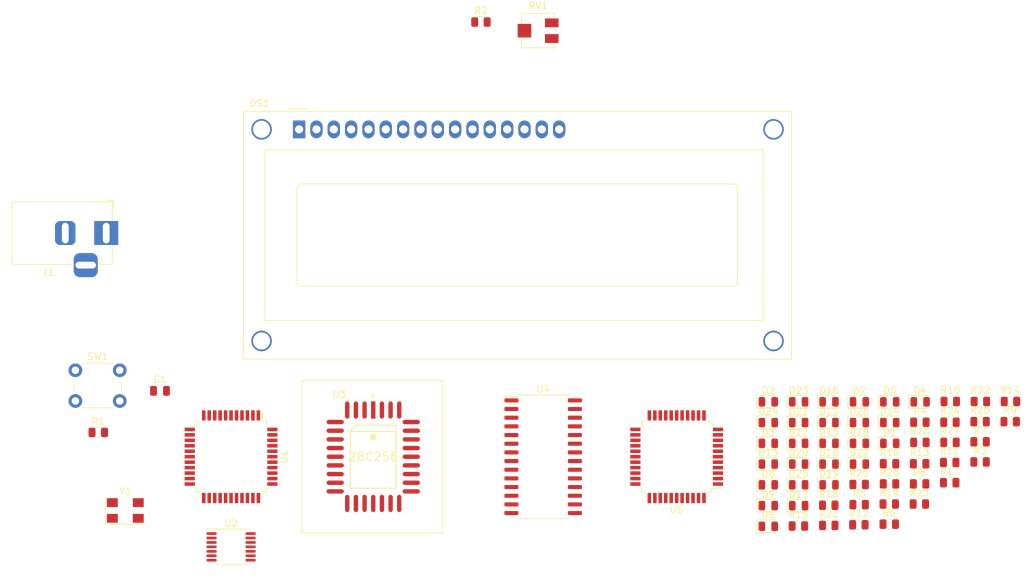
<source format=kicad_pcb>
(kicad_pcb (version 20211014) (generator pcbnew)
  (layers (0 "F.Cu" signal) (31 "B.Cu" signal) (34 "B.Paste" user) (35 "F.Paste" user) (36 "B.SilkS" user "B.Silkscreen") (37 "F.SilkS" user "F.Silkscreen") (38 "B.Mask" user) (39 "F.Mask" user) (44 "Edge.Cuts" user))
  (net 0 "")
  (net 1 "~{RESET}")
  (net 2 "GND")
  (net 3 "VCC")
  (net 4 "Net-(R2-Pad2)")
  (net 7 "~{IRQ}")
  (net 11 "CLOCK")
  (net 24 "Net-(DS1-Pad3)")
  (net 26 "Net-(U5-Pad23)")
  (net 27 "Net-(U5-Pad7)")
  (net 28 "Net-(U5-Pad8)")
  (net 29 "Net-(U5-Pad9)")
  (net 30 "Net-(U5-Pad10)")
  (net 31 "Net-(U5-Pad11)")
  (net 32 "Net-(U5-Pad12)")
  (net 33 "Net-(U5-Pad13)")
  (net 34 "Net-(U5-Pad14)")
  (net 35 "Net-(U5-Pad15)")
  (net 36 "Net-(U5-Pad16)")
  (net 37 "Net-(U5-Pad17)")
  (net 38 "A12")
  (net 39 "A13")
  (net 40 "A14")
  (net 41 "A15")
  (net 42 "D7")
  (net 43 "D6")
  (net 44 "D5")
  (net 45 "A0")
  (net 46 "D4")
  (net 47 "A1")
  (net 48 "D3")
  (net 49 "A2")
  (net 50 "D2")
  (net 51 "A3")
  (net 52 "D1")
  (net 53 "A4")
  (net 54 "D0")
  (net 55 "A5")
  (net 56 "A6")
  (net 57 "A7")
  (net 58 "A8")
  (net 59 "A9")
  (net 60 "A10")
  (net 61 "A11")
  (net 62 "Net-(U2-Pad13)")
  (net 63 "Net-(U2-Pad11)")
  (net 64 "Net-(D1-Pad1)")
  (net 65 "R~{W}")
  (net 66 "Net-(D2-Pad1)")
  (net 67 "Net-(D3-Pad1)")
  (net 68 "Net-(D4-Pad1)")
  (net 69 "Net-(D5-Pad1)")
  (net 70 "Net-(D6-Pad1)")
  (net 71 "Net-(D7-Pad1)")
  (net 72 "Net-(D8-Pad1)")
  (net 73 "Net-(D9-Pad1)")
  (net 74 "Net-(D10-Pad1)")
  (net 75 "Net-(D11-Pad1)")
  (net 76 "Net-(D12-Pad1)")
  (net 77 "Net-(D13-Pad1)")
  (net 78 "Net-(D14-Pad1)")
  (net 79 "Net-(D15-Pad1)")
  (net 80 "Net-(D16-Pad1)")
  (net 81 "Net-(D17-Pad1)")
  (net 82 "Net-(D18-Pad1)")
  (net 83 "Net-(D19-Pad1)")
  (net 84 "Net-(D20-Pad1)")
  (net 85 "Net-(D21-Pad1)")
  (net 86 "Net-(D22-Pad1)")
  (net 87 "Net-(D23-Pad1)")
  (net 88 "Net-(D24-Pad1)")
  (net 89 "Net-(D25-Pad1)")
  (net 90 "Net-(D26-Pad1)")
  (net 91 "Net-(R3-Pad1)")
  (footprint "Package_QFP:PQFP-44_10x10mm_P0.8mm" (layer "F.Cu") (at 163.484 131.122 180)
    (fp_text reference "U5" (at 0 -7.8) (layer "F.SilkS"))
    (fp_text value "W65C22")
    (pad "1" smd rect locked (at -6.05 -4 180) (size 1.5 0.52) (layers "F.Cu" "F.Paste" "F.Mask") (net 2 "GND"))
    (pad "2" smd rect locked (at -6.05 -3.2 180) (size 1.5 0.52) (layers "F.Cu" "F.Paste" "F.Mask"))
    (pad "3" smd rect locked (at -6.05 -2.4 180) (size 1.5 0.52) (layers "F.Cu" "F.Paste" "F.Mask"))
    (pad "4" smd rect locked (at -6.05 -1.6 180) (size 1.5 0.52) (layers "F.Cu" "F.Paste" "F.Mask"))
    (pad "5" smd rect locked (at -6.05 -0.8 180) (size 1.5 0.52) (layers "F.Cu" "F.Paste" "F.Mask"))
    (pad "6" smd rect locked (at -6.05 0 180) (size 1.5 0.52) (layers "F.Cu" "F.Paste" "F.Mask"))
    (pad "7" smd rect locked (at -6.05 0.8 180) (size 1.5 0.52) (layers "F.Cu" "F.Paste" "F.Mask") (net 27 "Net-(U5-Pad7)"))
    (pad "8" smd rect locked (at -6.05 1.6 180) (size 1.5 0.52) (layers "F.Cu" "F.Paste" "F.Mask") (net 28 "Net-(U5-Pad8)"))
    (pad "9" smd rect locked (at -6.05 2.4 180) (size 1.5 0.52) (layers "F.Cu" "F.Paste" "F.Mask") (net 29 "Net-(U5-Pad9)"))
    (pad "10" smd rect locked (at -6.05 3.2 180) (size 1.5 0.52) (layers "F.Cu" "F.Paste" "F.Mask") (net 30 "Net-(U5-Pad10)"))
    (pad "11" smd rect locked (at -6.05 4 180) (size 1.5 0.52) (layers "F.Cu" "F.Paste" "F.Mask") (net 31 "Net-(U5-Pad11)"))
    (pad "12" smd rect locked (at -4 6.05 180) (size 0.52 1.5) (layers "F.Cu" "F.Paste" "F.Mask") (net 32 "Net-(U5-Pad12)"))
    (pad "13" smd rect locked (at -3.2 6.05 180) (size 0.52 1.5) (layers "F.Cu" "F.Paste" "F.Mask") (net 33 "Net-(U5-Pad13)"))
    (pad "14" smd rect locked (at -2.4 6.05 180) (size 0.52 1.5) (layers "F.Cu" "F.Paste" "F.Mask") (net 34 "Net-(U5-Pad14)"))
    (pad "15" smd rect locked (at -1.6 6.05 180) (size 0.52 1.5) (layers "F.Cu" "F.Paste" "F.Mask") (net 35 "Net-(U5-Pad15)"))
    (pad "16" smd rect locked (at -0.8 6.05 180) (size 0.52 1.5) (layers "F.Cu" "F.Paste" "F.Mask") (net 36 "Net-(U5-Pad16)"))
    (pad "17" smd rect locked (at 0 6.05 180) (size 0.52 1.5) (layers "F.Cu" "F.Paste" "F.Mask") (net 37 "Net-(U5-Pad17)"))
    (pad "18" smd rect locked (at 0.8 6.05 180) (size 0.52 1.5) (layers "F.Cu" "F.Paste" "F.Mask"))
    (pad "19" smd rect locked (at 1.6 6.05 180) (size 0.52 1.5) (layers "F.Cu" "F.Paste" "F.Mask"))
    (pad "20" smd rect locked (at 2.4 6.05 180) (size 0.52 1.5) (layers "F.Cu" "F.Paste" "F.Mask") (net 3 "VCC"))
    (pad "21" smd rect locked (at 3.2 6.05 180) (size 0.52 1.5) (layers "F.Cu" "F.Paste" "F.Mask") (net 7 "~{IRQ}"))
    (pad "22" smd rect locked (at 4 6.05 180) (size 0.52 1.5) (layers "F.Cu" "F.Paste" "F.Mask") (net 65 "R~{W}"))
    (pad "23" smd rect locked (at 6.05 4 180) (size 1.5 0.52) (layers "F.Cu" "F.Paste" "F.Mask") (net 26 "Net-(U5-Pad23)"))
    (pad "24" smd rect locked (at 6.05 3.2 180) (size 1.5 0.52) (layers "F.Cu" "F.Paste" "F.Mask") (net 39 "A13"))
    (pad "25" smd rect locked (at 6.05 2.4 180) (size 1.5 0.52) (layers "F.Cu" "F.Paste" "F.Mask") (net 11 "CLOCK"))
    (pad "26" smd rect locked (at 6.05 1.6 180) (size 1.5 0.52) (layers "F.Cu" "F.Paste" "F.Mask") (net 42 "D7"))
    (pad "27" smd rect locked (at 6.05 0.8 180) (size 1.5 0.52) (layers "F.Cu" "F.Paste" "F.Mask") (net 43 "D6"))
    (pad "28" smd rect locked (at 6.05 0 180) (size 1.5 0.52) (layers "F.Cu" "F.Paste" "F.Mask") (net 44 "D5"))
    (pad "29" smd rect locked (at 6.05 -0.8 180) (size 1.5 0.52) (layers "F.Cu" "F.Paste" "F.Mask") (net 46 "D4"))
    (pad "30" smd rect locked (at 6.05 -1.6 180) (size 1.5 0.52) (layers "F.Cu" "F.Paste" "F.Mask") (net 48 "D3"))
    (pad "31" smd rect locked (at 6.05 -2.4 180) (size 1.5 0.52) (layers "F.Cu" "F.Paste" "F.Mask") (net 50 "D2"))
    (pad "32" smd rect locked (at 6.05 -3.2 180) (size 1.5 0.52) (layers "F.Cu" "F.Paste" "F.Mask") (net 52 "D1"))
    (pad "33" smd rect locked (at 6.05 -4 180) (size 1.5 0.52) (layers "F.Cu" "F.Paste" "F.Mask") (net 54 "D0"))
    (pad "34" smd rect locked (at 4 -6.05 180) (size 0.52 1.5) (layers "F.Cu" "F.Paste" "F.Mask") (net 1 "~{RESET}"))
    (pad "35" smd rect locked (at 3.2 -6.05 180) (size 0.52 1.5) (layers "F.Cu" "F.Paste" "F.Mask") (net 51 "A3"))
    (pad "36" smd rect locked (at 2.4 -6.05 180) (size 0.52 1.5) (layers "F.Cu" "F.Paste" "F.Mask") (net 49 "A2"))
    (pad "37" smd rect locked (at 1.6 -6.05 180) (size 0.52 1.5) (layers "F.Cu" "F.Paste" "F.Mask") (net 47 "A1"))
    (pad "38" smd rect locked (at 0.8 -6.05 180) (size 0.52 1.5) (layers "F.Cu" "F.Paste" "F.Mask") (net 45 "A0"))
    (pad "39" smd rect locked (at 0 -6.05 180) (size 0.52 1.5) (layers "F.Cu" "F.Paste" "F.Mask"))
    (pad "40" smd rect locked (at -0.8 -6.05 180) (size 0.52 1.5) (layers "F.Cu" "F.Paste" "F.Mask"))
    (pad "41" smd rect locked (at -1.6 -6.05 180) (size 0.52 1.5) (layers "F.Cu" "F.Paste" "F.Mask"))
    (pad "42" smd rect locked (at -2.4 -6.05 180) (size 0.52 1.5) (layers "F.Cu" "F.Paste" "F.Mask"))
    (pad "43" smd rect locked (at -3.2 -6.05 180) (size 0.52 1.5) (layers "F.Cu" "F.Paste" "F.Mask"))
    (pad "44" smd rect locked (at -4 -6.05 180) (size 0.52 1.5) (layers "F.Cu" "F.Paste" "F.Mask"))
  )
  (footprint "Resistor_SMD:R_0805_2012Metric" (layer "F.Cu") (at 190.174 141.094)
    (fp_text reference "R12" (at 0 -1.65) (layer "F.SilkS"))
    (fp_text value "R_US")
    (pad "1" smd roundrect locked (at -0.9125 0) (size 1.025 1.4) (layers "F.Cu" "F.Paste" "F.Mask") (roundrect_rratio 0.243902) (net 2 "GND"))
    (pad "2" smd roundrect locked (at 0.9125 0) (size 1.025 1.4) (layers "F.Cu" "F.Paste" "F.Mask") (roundrect_rratio 0.243902) (net 74 "Net-(D10-Pad1)"))
  )
  (footprint "Resistor_SMD:R_0805_2012Metric" (layer "F.Cu") (at 199.034 138.054)
    (fp_text reference "R23" (at 0 -1.65) (layer "F.SilkS"))
    (fp_text value "R_US")
    (pad "1" smd roundrect locked (at -0.9125 0) (size 1.025 1.4) (layers "F.Cu" "F.Paste" "F.Mask") (roundrect_rratio 0.243902) (net 2 "GND"))
    (pad "2" smd roundrect locked (at 0.9125 0) (size 1.025 1.4) (layers "F.Cu" "F.Paste" "F.Mask") (roundrect_rratio 0.243902) (net 85 "Net-(D21-Pad1)"))
  )
  (footprint "LED_SMD:LED_0805_2012Metric" (layer "F.Cu") (at 185.804 132.199)
    (fp_text reference "D10" (at 0 -1.65) (layer "F.SilkS"))
    (fp_text value "LED")
    (pad "1" smd roundrect locked (at -0.9375 0) (size 0.975 1.4) (layers "F.Cu" "F.Paste" "F.Mask") (net 74 "Net-(D10-Pad1)"))
    (pad "2" smd roundrect locked (at 0.9375 0) (size 0.975 1.4) (layers "F.Cu" "F.Paste" "F.Mask") (net 58 "A8"))
  )
  (footprint "Resistor_SMD:R_0805_2012Metric" (layer "F.Cu") (at 78.7515 127.566)
    (fp_text reference "R1" (at 0 -1.65) (layer "F.SilkS"))
    (fp_text value "R_US")
    (pad "1" smd roundrect locked (at -0.9125 0) (size 1.025 1.4) (layers "F.Cu" "F.Paste" "F.Mask") (roundrect_rratio 0.243902) (net 3 "VCC"))
    (pad "2" smd roundrect locked (at 0.9125 0) (size 1.025 1.4) (layers "F.Cu" "F.Paste" "F.Mask") (roundrect_rratio 0.243902) (net 1 "~{RESET}"))
  )
  (footprint "LED_SMD:LED_0805_2012Metric" (layer "F.Cu") (at 176.904 132.199)
    (fp_text reference "D13" (at 0 -1.65) (layer "F.SilkS"))
    (fp_text value "LED")
    (pad "1" smd roundrect locked (at -0.9375 0) (size 0.975 1.4) (layers "F.Cu" "F.Paste" "F.Mask") (net 77 "Net-(D13-Pad1)"))
    (pad "2" smd roundrect locked (at 0.9375 0) (size 0.975 1.4) (layers "F.Cu" "F.Paste" "F.Mask") (net 55 "A5"))
  )
  (footprint "Stephenv6:Microchip-32J-10_2001-B-IPC_A" (layer "F.Cu") (at 119.034 131.122)
    (fp_text reference "U3" (at -6.091329 -9.136329) (layer "F.SilkS") (effects (justify left)))
    (fp_text value "28C256" (at 0 0) (layer "F.SilkS") (effects (font (size 1.27 1.27))))
    (pad "1" smd rect (at 0 -6.843552) (size 0.644962 2.535553) (layers "F.Cu" "F.Paste" "F.Mask") (net 40 "A14"))
    (pad "2" smd roundrect (at -1.27 -6.843552) (size 0.644962 2.535553) (layers "F.Cu" "F.Paste" "F.Mask") (roundrect_rratio 0.5) (net 38 "A12"))
    (pad "3" smd roundrect (at -2.54 -6.843552) (size 0.644962 2.535553) (layers "F.Cu" "F.Paste" "F.Mask") (roundrect_rratio 0.5) (net 57 "A7"))
    (pad "4" smd roundrect (at -3.81 -6.843552) (size 0.644962 2.535553) (layers "F.Cu" "F.Paste" "F.Mask") (roundrect_rratio 0.5) (net 56 "A6"))
    (pad "5" smd roundrect (at -5.573552 -5.08) (size 2.535553 0.644962) (layers "F.Cu" "F.Paste" "F.Mask") (roundrect_rratio 0.5) (net 55 "A5"))
    (pad "6" smd roundrect (at -5.573552 -3.81) (size 2.535553 0.644962) (layers "F.Cu" "F.Paste" "F.Mask") (roundrect_rratio 0.5) (net 53 "A4"))
    (pad "7" smd roundrect (at -5.573552 -2.54) (size 2.535553 0.644962) (layers "F.Cu" "F.Paste" "F.Mask") (roundrect_rratio 0.5) (net 51 "A3"))
    (pad "8" smd roundrect (at -5.573552 -1.27) (size 2.535553 0.644962) (layers "F.Cu" "F.Paste" "F.Mask") (roundrect_rratio 0.5) (net 49 "A2"))
    (pad "9" smd roundrect (at -5.573552 0) (size 2.535553 0.644962) (layers "F.Cu" "F.Paste" "F.Mask") (roundrect_rratio 0.5) (net 47 "A1"))
    (pad "10" smd roundrect (at -5.573552 1.27) (size 2.535553 0.644962) (layers "F.Cu" "F.Paste" "F.Mask") (roundrect_rratio 0.5) (net 45 "A0"))
    (pad "11" smd roundrect (at -5.573552 2.54) (size 2.535553 0.644962) (layers "F.Cu" "F.Paste" "F.Mask") (roundrect_rratio 0.5) (net 54 "D0"))
    (pad "12" smd roundrect (at -5.573552 3.81) (size 2.535553 0.644962) (layers "F.Cu" "F.Paste" "F.Mask") (roundrect_rratio 0.5) (net 52 "D1"))
    (pad "13" smd roundrect (at -5.573552 5.08) (size 2.535553 0.644962) (layers "F.Cu" "F.Paste" "F.Mask") (roundrect_rratio 0.5) (net 50 "D2"))
    (pad "14" smd roundrect (at -3.81 6.843553) (size 0.644962 2.535553) (layers "F.Cu" "F.Paste" "F.Mask") (roundrect_rratio 0.5) (net 2 "GND"))
    (pad "15" smd roundrect (at -2.54 6.843553) (size 0.644962 2.535553) (layers "F.Cu" "F.Paste" "F.Mask") (roundrect_rratio 0.5) (net 48 "D3"))
    (pad "16" smd roundrect (at -1.27 6.843553) (size 0.644962 2.535553) (layers "F.Cu" "F.Paste" "F.Mask") (roundrect_rratio 0.5) (net 46 "D4"))
    (pad "17" smd roundrect (at 0 6.843553) (size 0.644962 2.535553) (layers "F.Cu" "F.Paste" "F.Mask") (roundrect_rratio 0.5) (net 44 "D5"))
    (pad "18" smd roundrect (at 1.27 6.843553) (size 0.644962 2.535553) (layers "F.Cu" "F.Paste" "F.Mask") (roundrect_rratio 0.5) (net 43 "D6"))
    (pad "19" smd roundrect (at 2.54 6.843553) (size 0.644962 2.535553) (layers "F.Cu" "F.Paste" "F.Mask") (roundrect_rratio 0.5) (net 42 "D7"))
    (pad "20" smd roundrect (at 3.81 6.843553) (size 0.644962 2.535553) (layers "F.Cu" "F.Paste" "F.Mask") (roundrect_rratio 0.5) (net 62 "Net-(U2-Pad13)"))
    (pad "21" smd roundrect (at 5.573553 5.08) (size 2.535553 0.644962) (layers "F.Cu" "F.Paste" "F.Mask") (roundrect_rratio 0.5) (net 60 "A10"))
    (pad "22" smd roundrect (at 5.573553 3.81) (size 2.535553 0.644962) (layers "F.Cu" "F.Paste" "F.Mask") (roundrect_rratio 0.5) (net 2 "GND"))
    (pad "23" smd roundrect (at 5.573553 2.54) (size 2.535553 0.644962) (layers "F.Cu" "F.Paste" "F.Mask") (roundrect_rratio 0.5) (net 61 "A11"))
    (pad "24" smd roundrect (at 5.573553 1.27) (size 2.535553 0.644962) (layers "F.Cu" "F.Paste" "F.Mask") (roundrect_rratio 0.5) (net 59 "A9"))
    (pad "25" smd roundrect (at 5.573553 0) (size 2.535553 0.644962) (layers "F.Cu" "F.Paste" "F.Mask") (roundrect_rratio 0.5) (net 58 "A8"))
    (pad "26" smd roundrect (at 5.573553 -1.27) (size 2.535553 0.644962) (layers "F.Cu" "F.Paste" "F.Mask") (roundrect_rratio 0.5) (net 39 "A13"))
    (pad "27" smd roundrect (at 5.573553 -2.54) (size 2.535553 0.644962) (layers "F.Cu" "F.Paste" "F.Mask") (roundrect_rratio 0.5) (net 3 "VCC"))
    (pad "28" smd roundrect (at 5.573553 -3.81) (size 2.535553 0.644962) (layers "F.Cu" "F.Paste" "F.Mask") (roundrect_rratio 0.5) (net 3 "VCC"))
    (pad "29" smd roundrect (at 5.573553 -5.08) (size 2.535553 0.644962) (layers "F.Cu" "F.Paste" "F.Mask") (roundrect_rratio 0.5))
    (pad "30" smd roundrect (at 3.81 -6.843552) (size 0.644962 2.535553) (layers "F.Cu" "F.Paste" "F.Mask") (roundrect_rratio 0.5))
    (pad "31" smd roundrect (at 2.54 -6.843552) (size 0.644962 2.535553) (layers "F.Cu" "F.Paste" "F.Mask") (roundrect_rratio 0.5))
    (pad "32" smd roundrect (at 1.27 -6.843552) (size 0.644962 2.535553) (layers "F.Cu" "F.Paste" "F.Mask") (roundrect_rratio 0.5))
  )
  (footprint "Resistor_SMD:R_0805_2012Metric" (layer "F.Cu") (at 203.524 129.024)
    (fp_text reference "R27" (at 0 -1.65) (layer "F.SilkS"))
    (fp_text value "R_US")
    (pad "1" smd roundrect locked (at -0.9125 0) (size 1.025 1.4) (layers "F.Cu" "F.Paste" "F.Mask") (roundrect_rratio 0.243902) (net 2 "GND"))
    (pad "2" smd roundrect locked (at 0.9125 0) (size 1.025 1.4) (layers "F.Cu" "F.Paste" "F.Mask") (roundrect_rratio 0.243902) (net 89 "Net-(D25-Pad1)"))
  )
  (footprint "Resistor_SMD:R_0805_2012Metric" (layer "F.Cu") (at 199.074 135.104)
    (fp_text reference "R8" (at 0 -1.65) (layer "F.SilkS"))
    (fp_text value "R_US")
    (pad "1" smd roundrect locked (at -0.9125 0) (size 1.025 1.4) (layers "F.Cu" "F.Paste" "F.Mask") (roundrect_rratio 0.243902) (net 2 "GND"))
    (pad "2" smd roundrect locked (at 0.9125 0) (size 1.025 1.4) (layers "F.Cu" "F.Paste" "F.Mask") (roundrect_rratio 0.243902) (net 70 "Net-(D6-Pad1)"))
  )
  (footprint "Resistor_SMD:R_0805_2012Metric" (layer "F.Cu") (at 199.074 132.154)
    (fp_text reference "R13" (at 0 -1.65) (layer "F.SilkS"))
    (fp_text value "R_US")
    (pad "1" smd roundrect locked (at -0.9125 0) (size 1.025 1.4) (layers "F.Cu" "F.Paste" "F.Mask") (roundrect_rratio 0.243902) (net 2 "GND"))
    (pad "2" smd roundrect locked (at 0.9125 0) (size 1.025 1.4) (layers "F.Cu" "F.Paste" "F.Mask") (roundrect_rratio 0.243902) (net 75 "Net-(D11-Pad1)"))
  )
  (footprint "Resistor_SMD:R_0805_2012Metric" (layer "F.Cu") (at 194.664 135.104)
    (fp_text reference "R26" (at 0 -1.65) (layer "F.SilkS"))
    (fp_text value "R_US")
    (pad "1" smd roundrect locked (at -0.9125 0) (size 1.025 1.4) (layers "F.Cu" "F.Paste" "F.Mask") (roundrect_rratio 0.243902) (net 2 "GND"))
    (pad "2" smd roundrect locked (at 0.9125 0) (size 1.025 1.4) (layers "F.Cu" "F.Paste" "F.Mask") (roundrect_rratio 0.243902) (net 88 "Net-(D24-Pad1)"))
  )
  (footprint "Resistor_SMD:R_0805_2012Metric" (layer "F.Cu") (at 134.806 67.442)
    (fp_text reference "R2" (at 0 -1.65) (layer "F.SilkS"))
    (fp_text value "R_US")
    (pad "1" smd roundrect locked (at -0.9125 0) (size 1.025 1.4) (layers "F.Cu" "F.Paste" "F.Mask") (roundrect_rratio 0.243902) (net 3 "VCC"))
    (pad "2" smd roundrect locked (at 0.9125 0) (size 1.025 1.4) (layers "F.Cu" "F.Paste" "F.Mask") (roundrect_rratio 0.243902) (net 4 "Net-(R2-Pad2)"))
  )
  (footprint "Resistor_SMD:R_0805_2012Metric" (layer "F.Cu") (at 194.624 141.004)
    (fp_text reference "R6" (at 0 -1.65) (layer "F.SilkS"))
    (fp_text value "R_US")
    (pad "1" smd roundrect locked (at -0.9125 0) (size 1.025 1.4) (layers "F.Cu" "F.Paste" "F.Mask") (roundrect_rratio 0.243902) (net 2 "GND"))
    (pad "2" smd roundrect locked (at 0.9125 0) (size 1.025 1.4) (layers "F.Cu" "F.Paste" "F.Mask") (roundrect_rratio 0.243902) (net 68 "Net-(D4-Pad1)"))
  )
  (footprint "LED_SMD:LED_0805_2012Metric" (layer "F.Cu") (at 185.804 129.159)
    (fp_text reference "D15" (at 0 -1.65) (layer "F.SilkS"))
    (fp_text value "LED")
    (pad "1" smd roundrect locked (at -0.9375 0) (size 0.975 1.4) (layers "F.Cu" "F.Paste" "F.Mask") (net 79 "Net-(D15-Pad1)"))
    (pad "2" smd roundrect locked (at 0.9375 0) (size 0.975 1.4) (layers "F.Cu" "F.Paste" "F.Mask") (net 51 "A3"))
  )
  (footprint "LED_SMD:LED_0805_2012Metric" (layer "F.Cu") (at 176.904 138.279)
    (fp_text reference "D9" (at 0 -1.65) (layer "F.SilkS"))
    (fp_text value "LED")
    (pad "1" smd roundrect locked (at -0.9375 0) (size 0.975 1.4) (layers "F.Cu" "F.Paste" "F.Mask") (net 73 "Net-(D9-Pad1)"))
    (pad "2" smd roundrect locked (at 0.9375 0) (size 0.975 1.4) (layers "F.Cu" "F.Paste" "F.Mask") (net 59 "A9"))
  )
  (footprint "Resistor_SMD:R_0805_2012Metric" (layer "F.Cu") (at 194.664 132.154)
    (fp_text reference "R16" (at 0 -1.65) (layer "F.SilkS"))
    (fp_text value "R_US")
    (pad "1" smd roundrect locked (at -0.9125 0) (size 1.025 1.4) (layers "F.Cu" "F.Paste" "F.Mask") (roundrect_rratio 0.243902) (net 2 "GND"))
    (pad "2" smd roundrect locked (at 0.9125 0) (size 1.025 1.4) (layers "F.Cu" "F.Paste" "F.Mask") (roundrect_rratio 0.243902) (net 78 "Net-(D14-Pad1)"))
  )
  (footprint "LED_SMD:LED_0805_2012Metric" (layer "F.Cu") (at 190.254 132.199)
    (fp_text reference "D22" (at 0 -1.65) (layer "F.SilkS"))
    (fp_text value "LED")
    (pad "1" smd roundrect locked (at -0.9375 0) (size 0.975 1.4) (layers "F.Cu" "F.Paste" "F.Mask") (net 86 "Net-(D22-Pad1)"))
    (pad "2" smd roundrect locked (at 0.9375 0) (size 0.975 1.4) (layers "F.Cu" "F.Paste" "F.Mask") (net 46 "D4"))
  )
  (footprint "LED_SMD:LED_0805_2012Metric" (layer "F.Cu") (at 185.804 123.079)
    (fp_text reference "D16" (at 0 -1.65) (layer "F.SilkS"))
    (fp_text value "LED")
    (pad "1" smd roundrect locked (at -0.9375 0) (size 0.975 1.4) (layers "F.Cu" "F.Paste" "F.Mask") (net 80 "Net-(D16-Pad1)"))
    (pad "2" smd roundrect locked (at 0.9375 0) (size 0.975 1.4) (layers "F.Cu" "F.Paste" "F.Mask") (net 49 "A2"))
  )
  (footprint "Package_QFP:PQFP-44_10x10mm_P0.8mm" (layer "F.Cu") (at 98.206 131.122 -90)
    (fp_text reference "U1" (at 0 -7.8 90) (layer "F.SilkS"))
    (fp_text value "W65C02S")
    (pad "1" smd rect locked (at -6.05 -4 270) (size 1.5 0.52) (layers "F.Cu" "F.Paste" "F.Mask"))
    (pad "2" smd rect locked (at -6.05 -3.2 270) (size 1.5 0.52) (layers "F.Cu" "F.Paste" "F.Mask") (net 4 "Net-(R2-Pad2)"))
    (pad "3" smd rect locked (at -6.05 -2.4 270) (size 1.5 0.52) (layers "F.Cu" "F.Paste" "F.Mask"))
    (pad "4" smd rect locked (at -6.05 -1.6 270) (size 1.5 0.52) (layers "F.Cu" "F.Paste" "F.Mask") (net 7 "~{IRQ}"))
    (pad "5" smd rect locked (at -6.05 -0.8 270) (size 1.5 0.52) (layers "F.Cu" "F.Paste" "F.Mask"))
    (pad "6" smd rect locked (at -6.05 0 270) (size 1.5 0.52) (layers "F.Cu" "F.Paste" "F.Mask") (net 3 "VCC"))
    (pad "7" smd rect locked (at -6.05 0.8 270) (size 1.5 0.52) (layers "F.Cu" "F.Paste" "F.Mask"))
    (pad "8" smd rect locked (at -6.05 1.6 270) (size 1.5 0.52) (layers "F.Cu" "F.Paste" "F.Mask") (net 3 "VCC"))
    (pad "9" smd rect locked (at -6.05 2.4 270) (size 1.5 0.52) (layers "F.Cu" "F.Paste" "F.Mask") (net 45 "A0"))
    (pad "10" smd rect locked (at -6.05 3.2 270) (size 1.5 0.52) (layers "F.Cu" "F.Paste" "F.Mask") (net 47 "A1"))
    (pad "11" smd rect locked (at -6.05 4 270) (size 1.5 0.52) (layers "F.Cu" "F.Paste" "F.Mask") (net 49 "A2"))
    (pad "12" smd rect locked (at -4 6.05 270) (size 0.52 1.5) (layers "F.Cu" "F.Paste" "F.Mask") (net 51 "A3"))
    (pad "13" smd rect locked (at -3.2 6.05 270) (size 0.52 1.5) (layers "F.Cu" "F.Paste" "F.Mask") (net 53 "A4"))
    (pad "14" smd rect locked (at -2.4 6.05 270) (size 0.52 1.5) (layers "F.Cu" "F.Paste" "F.Mask") (net 55 "A5"))
    (pad "15" smd rect locked (at -1.6 6.05 270) (size 0.52 1.5) (layers "F.Cu" "F.Paste" "F.Mask") (net 56 "A6"))
    (pad "16" smd rect locked (at -0.8 6.05 270) (size 0.52 1.5) (layers "F.Cu" "F.Paste" "F.Mask") (net 57 "A7"))
    (pad "17" smd rect locked (at 0 6.05 270) (size 0.52 1.5) (layers "F.Cu" "F.Paste" "F.Mask") (net 58 "A8"))
    (pad "18" smd rect locked (at 0.8 6.05 270) (size 0.52 1.5) (layers "F.Cu" "F.Paste" "F.Mask") (net 59 "A9"))
    (pad "19" smd rect locked (at 1.6 6.05 270) (size 0.52 1.5) (layers "F.Cu" "F.Paste" "F.Mask") (net 60 "A10"))
    (pad "20" smd rect locked (at 2.4 6.05 270) (size 0.52 1.5) (layers "F.Cu" "F.Paste" "F.Mask") (net 61 "A11"))
    (pad "21" smd rect locked (at 3.2 6.05 270) (size 0.52 1.5) (layers "F.Cu" "F.Paste" "F.Mask") (net 2 "GND"))
    (pad "22" smd rect locked (at 4 6.05 270) (size 0.52 1.5) (layers "F.Cu" "F.Paste" "F.Mask") (net 38 "A12"))
    (pad "23" smd rect locked (at 6.05 4 270) (size 1.5 0.52) (layers "F.Cu" "F.Paste" "F.Mask") (net 39 "A13"))
    (pad "24" smd rect locked (at 6.05 3.2 270) (size 1.5 0.52) (layers "F.Cu" "F.Paste" "F.Mask") (net 40 "A14"))
    (pad "25" smd rect locked (at 6.05 2.4 270) (size 1.5 0.52) (layers "F.Cu" "F.Paste" "F.Mask") (net 41 "A15"))
    (pad "26" smd rect locked (at 6.05 1.6 270) (size 1.5 0.52) (layers "F.Cu" "F.Paste" "F.Mask") (net 42 "D7"))
    (pad "27" smd rect locked (at 6.05 0.8 270) (size 1.5 0.52) (layers "F.Cu" "F.Paste" "F.Mask") (net 43 "D6"))
    (pad "28" smd rect locked (at 6.05 0 270) (size 1.5 0.52) (layers "F.Cu" "F.Paste" "F.Mask") (net 44 "D5"))
    (pad "29" smd rect locked (at 6.05 -0.8 270) (size 1.5 0.52) (layers "F.Cu" "F.Paste" "F.Mask") (net 46 "D4"))
    (pad "30" smd rect locked (at 6.05 -1.6 270) (size 1.5 0.52) (layers "F.Cu" "F.Paste" "F.Mask") (net 48 "D3"))
    (pad "31" smd rect locked (at 6.05 -2.4 270) (size 1.5 0.52) (layers "F.Cu" "F.Paste" "F.Mask") (net 50 "D2"))
    (pad "32" smd rect locked (at 6.05 -3.2 270) (size 1.5 0.52) (layers "F.Cu" "F.Paste" "F.Mask") (net 52 "D1"))
    (pad "33" smd rect locked (at 6.05 -4 270) (size 1.5 0.52) (layers "F.Cu" "F.Paste" "F.Mask") (net 54 "D0"))
    (pad "34" smd rect locked (at 4 -6.05 270) (size 0.52 1.5) (layers "F.Cu" "F.Paste" "F.Mask") (net 65 "R~{W}"))
    (pad "35" smd rect locked (at 3.2 -6.05 270) (size 0.52 1.5) (layers "F.Cu" "F.Paste" "F.Mask"))
    (pad "36" smd rect locked (at 2.4 -6.05 270) (size 0.52 1.5) (layers "F.Cu" "F.Paste" "F.Mask") (net 3 "VCC"))
    (pad "37" smd rect locked (at 1.6 -6.05 270) (size 0.52 1.5) (layers "F.Cu" "F.Paste" "F.Mask") (net 11 "CLOCK"))
    (pad "38" smd rect locked (at 0.8 -6.05 270) (size 0.52 1.5) (layers "F.Cu" "F.Paste" "F.Mask") (net 3 "VCC"))
    (pad "39" smd rect locked (at 0 -6.05 270) (size 0.52 1.5) (layers "F.Cu" "F.Paste" "F.Mask"))
    (pad "40" smd rect locked (at -0.8 -6.05 270) (size 0.52 1.5) (layers "F.Cu" "F.Paste" "F.Mask") (net 1 "~{RESET}"))
    (pad "41" smd rect locked (at -1.6 -6.05 270) (size 0.52 1.5) (layers "F.Cu" "F.Paste" "F.Mask"))
    (pad "42" smd rect locked (at -2.4 -6.05 270) (size 0.52 1.5) (layers "F.Cu" "F.Paste" "F.Mask"))
    (pad "43" smd rect locked (at -3.2 -6.05 270) (size 0.52 1.5) (layers "F.Cu" "F.Paste" "F.Mask"))
    (pad "44" smd rect locked (at -4 -6.05 270) (size 0.52 1.5) (layers "F.Cu" "F.Paste" "F.Mask"))
  )
  (footprint "Resistor_SMD:R_0805_2012Metric" (layer "F.Cu") (at 203.484 131.974)
    (fp_text reference "R11" (at 0 -1.65) (layer "F.SilkS"))
    (fp_text value "R_US")
    (pad "1" smd roundrect locked (at -0.9125 0) (size 1.025 1.4) (layers "F.Cu" "F.Paste" "F.Mask") (roundrect_rratio 0.243902) (net 2 "GND"))
    (pad "2" smd roundrect locked (at 0.9125 0) (size 1.025 1.4) (layers "F.Cu" "F.Paste" "F.Mask") (roundrect_rratio 0.243902) (net 73 "Net-(D9-Pad1)"))
  )
  (footprint "Resistor_SMD:R_0805_2012Metric" (layer "F.Cu") (at 199.114 126.074)
    (fp_text reference "R4" (at 0 -1.65) (layer "F.SilkS"))
    (fp_text value "R_US")
    (pad "1" smd roundrect locked (at -0.9125 0) (size 1.025 1.4) (layers "F.Cu" "F.Paste" "F.Mask") (roundrect_rratio 0.243902) (net 91 "Net-(R3-Pad1)"))
    (pad "2" smd roundrect locked (at 0.9125 0) (size 1.025 1.4) (layers "F.Cu" "F.Paste" "F.Mask") (roundrect_rratio 0.243902) (net 66 "Net-(D2-Pad1)"))
  )
  (footprint "LED_SMD:LED_0805_2012Metric" (layer "F.Cu") (at 176.904 129.159)
    (fp_text reference "D3" (at 0 -1.65) (layer "F.SilkS"))
    (fp_text value "LED")
    (pad "1" smd roundrect locked (at -0.9375 0) (size 0.975 1.4) (layers "F.Cu" "F.Paste" "F.Mask") (net 67 "Net-(D3-Pad1)"))
    (pad "2" smd roundrect locked (at 0.9375 0) (size 0.975 1.4) (layers "F.Cu" "F.Paste" "F.Mask") (net 41 "A15"))
  )
  (footprint "Resistor_SMD:R_0805_2012Metric" (layer "F.Cu") (at 181.314 141.274)
    (fp_text reference "R15" (at 0 -1.65) (layer "F.SilkS"))
    (fp_text value "R_US")
    (pad "1" smd roundrect locked (at -0.9125 0) (size 1.025 1.4) (layers "F.Cu" "F.Paste" "F.Mask") (roundrect_rratio 0.243902) (net 2 "GND"))
    (pad "2" smd roundrect locked (at 0.9125 0) (size 1.025 1.4) (layers "F.Cu" "F.Paste" "F.Mask") (roundrect_rratio 0.243902) (net 77 "Net-(D13-Pad1)"))
  )
  (footprint "LED_SMD:LED_0805_2012Metric" (layer "F.Cu") (at 181.354 123.079)
    (fp_text reference "D23" (at 0 -1.65) (layer "F.SilkS"))
    (fp_text value "LED")
    (pad "1" smd roundrect locked (at -0.9375 0) (size 0.975 1.4) (layers "F.Cu" "F.Paste" "F.Mask") (net 87 "Net-(D23-Pad1)"))
    (pad "2" smd roundrect locked (at 0.9375 0) (size 0.975 1.4) (layers "F.Cu" "F.Paste" "F.Mask") (net 48 "D3"))
  )
  (footprint "LED_SMD:LED_0805_2012Metric" (layer "F.Cu") (at 176.904 141.319)
    (fp_text reference "D5" (at 0 -1.65) (layer "F.SilkS"))
    (fp_text value "LED")
    (pad "1" smd roundrect locked (at -0.9375 0) (size 0.975 1.4) (layers "F.Cu" "F.Paste" "F.Mask") (net 69 "Net-(D5-Pad1)"))
    (pad "2" smd roundrect locked (at 0.9375 0) (size 0.975 1.4) (layers "F.Cu" "F.Paste" "F.Mask") (net 39 "A13"))
  )
  (footprint "Resistor_SMD:R_0805_2012Metric" (layer "F.Cu") (at 199.114 129.024)
    (fp_text reference "R28" (at 0 -1.65) (layer "F.SilkS"))
    (fp_text value "R_US")
    (pad "1" smd roundrect locked (at -0.9125 0) (size 1.025 1.4) (layers "F.Cu" "F.Paste" "F.Mask") (roundrect_rratio 0.243902) (net 2 "GND"))
    (pad "2" smd roundrect locked (at 0.9125 0) (size 1.025 1.4) (layers "F.Cu" "F.Paste" "F.Mask") (roundrect_rratio 0.243902) (net 90 "Net-(D26-Pad1)"))
  )
  (footprint "LED_SMD:LED_0805_2012Metric" (layer "F.Cu") (at 181.354 129.159)
    (fp_text reference "D12" (at 0 -1.65) (layer "F.SilkS"))
    (fp_text value "LED")
    (pad "1" smd roundrect locked (at -0.9375 0) (size 0.975 1.4) (layers "F.Cu" "F.Paste" "F.Mask") (net 76 "Net-(D12-Pad1)"))
    (pad "2" smd roundrect locked (at 0.9375 0) (size 0.975 1.4) (layers "F.Cu" "F.Paste" "F.Mask") (net 56 "A6"))
  )
  (footprint "LED_SMD:LED_0805_2012Metric" (layer "F.Cu") (at 181.354 135.239)
    (fp_text reference "D25" (at 0 -1.65) (layer "F.SilkS"))
    (fp_text value "LED")
    (pad "1" smd roundrect locked (at -0.9375 0) (size 0.975 1.4) (layers "F.Cu" "F.Paste" "F.Mask") (net 89 "Net-(D25-Pad1)"))
    (pad "2" smd roundrect locked (at 0.9375 0) (size 0.975 1.4) (layers "F.Cu" "F.Paste" "F.Mask") (net 52 "D1"))
  )
  (footprint "Crystal:Crystal_SMD_Abracon_ABM3C-4Pin_5.0x3.2mm" (layer "F.Cu") (at 82.712 138.996)
    (fp_text reference "Y1" (at 0 -2.8) (layer "F.SilkS"))
    (fp_text value "Crystal_GND24")
    (pad "1" smd rect locked (at -1.9 1.15) (size 1.6 1.3) (layers "F.Cu" "F.Paste" "F.Mask"))
    (pad "2" smd rect locked (at 1.9 1.15) (size 1.6 1.3) (layers "F.Cu" "F.Paste" "F.Mask") (net 2 "GND"))
    (pad "3" smd rect locked (at 1.9 -1.15) (size 1.6 1.3) (layers "F.Cu" "F.Paste" "F.Mask") (net 11 "CLOCK"))
    (pad "4" smd rect locked (at -1.9 -1.15) (size 1.6 1.3) (layers "F.Cu" "F.Paste" "F.Mask") (net 3 "VCC"))
  )
  (footprint "Connector_BarrelJack:BarrelJack_Horizontal" (layer "F.Cu") (at 79.918 98.356)
    (fp_text reference "J1" (at -8.45 5.75) (layer "F.SilkS"))
    (fp_text value "Barrel_Jack_MountingPin")
    (pad "1" thru_hole rect locked (at 0 0) (size 3.5 3.5) (drill oval 1 3) (layers *.Cu *.Mask) (net 3 "VCC"))
    (pad "2" thru_hole roundrect locked (at -6 0) (size 3 3.5) (drill oval 1 3) (layers *.Cu *.Mask) (net 2 "GND"))
    (pad "3" thru_hole roundrect locked (at -3 4.7) (size 3.5 3.5) (drill oval 3 1) (layers *.Cu *.Mask))
  )
  (footprint "Resistor_SMD:R_0805_2012Metric" (layer "F.Cu") (at 190.214 135.194)
    (fp_text reference "R25" (at 0 -1.65) (layer "F.SilkS"))
    (fp_text value "R_US")
    (pad "1" smd roundrect locked (at -0.9125 0) (size 1.025 1.4) (layers "F.Cu" "F.Paste" "F.Mask") (roundrect_rratio 0.243902) (net 2 "GND"))
    (pad "2" smd roundrect locked (at 0.9125 0) (size 1.025 1.4) (layers "F.Cu" "F.Paste" "F.Mask") (roundrect_rratio 0.243902) (net 87 "Net-(D23-Pad1)"))
  )
  (footprint "LED_SMD:LED_0805_2012Metric" (layer "F.Cu") (at 176.904 135.239)
    (fp_text reference "D8" (at 0 -1.65) (layer "F.SilkS"))
    (fp_text value "LED")
    (pad "1" smd roundrect locked (at -0.9375 0) (size 0.975 1.4) (layers "F.Cu" "F.Paste" "F.Mask") (net 72 "Net-(D8-Pad1)"))
    (pad "2" smd roundrect locked (at 0.9375 0) (size 0.975 1.4) (layers "F.Cu" "F.Paste" "F.Mask") (net 60 "A10"))
  )
  (footprint "Package_SO:SOIC-28W_7.5x17.9mm_P1.27mm" (layer "F.Cu") (at 143.926 131.122)
    (fp_text reference "U4" (at 0 -9.9) (layer "F.SilkS"))
    (fp_text value "IS62C256AL-45ULI-TR")
    (pad "1" smd roundrect locked (at -4.65 -8.255) (size 2.05 0.6) (layers "F.Cu" "F.Paste" "F.Mask") (net 40 "A14"))
    (pad "2" smd roundrect locked (at -4.65 -6.985) (size 2.05 0.6) (layers "F.Cu" "F.Paste" "F.Mask") (net 38 "A12"))
    (pad "3" smd roundrect locked (at -4.65 -5.715) (size 2.05 0.6) (layers "F.Cu" "F.Paste" "F.Mask") (net 57 "A7"))
    (pad "4" smd roundrect locked (at -4.65 -4.445) (size 2.05 0.6) (layers "F.Cu" "F.Paste" "F.Mask") (net 56 "A6"))
    (pad "5" smd roundrect locked (at -4.65 -3.175) (size 2.05 0.6) (layers "F.Cu" "F.Paste" "F.Mask") (net 55 "A5"))
    (pad "6" smd roundrect locked (at -4.65 -1.905) (size 2.05 0.6) (layers "F.Cu" "F.Paste" "F.Mask") (net 53 "A4"))
    (pad "7" smd roundrect locked (at -4.65 -0.635) (size 2.05 0.6) (layers "F.Cu" "F.Paste" "F.Mask") (net 51 "A3"))
    (pad "8" smd roundrect locked (at -4.65 0.635) (size 2.05 0.6) (layers "F.Cu" "F.Paste" "F.Mask") (net 49 "A2"))
    (pad "9" smd roundrect locked (at -4.65 1.905) (size 2.05 0.6) (layers "F.Cu" "F.Paste" "F.Mask") (net 47 "A1"))
    (pad "10" smd roundrect locked (at -4.65 3.175) (size 2.05 0.6) (layers "F.Cu" "F.Paste" "F.Mask") (net 45 "A0"))
    (pad "11" smd roundrect locked (at -4.65 4.445) (size 2.05 0.6) (layers "F.Cu" "F.Paste" "F.Mask") (net 54 "D0"))
    (pad "12" smd roundrect locked (at -4.65 5.715) (size 2.05 0.6) (layers "F.Cu" "F.Paste" "F.Mask") (net 52 "D1"))
    (pad "13" smd roundrect locked (at -4.65 6.985) (size 2.05 0.6) (layers "F.Cu" "F.Paste" "F.Mask") (net 50 "D2"))
    (pad "14" smd roundrect locked (at -4.65 8.255) (size 2.05 0.6) (layers "F.Cu" "F.Paste" "F.Mask") (net 2 "GND"))
    (pad "15" smd roundrect locked (at 4.65 8.255) (size 2.05 0.6) (layers "F.Cu" "F.Paste" "F.Mask") (net 48 "D3"))
    (pad "16" smd roundrect locked (at 4.65 6.985) (size 2.05 0.6) (layers "F.Cu" "F.Paste" "F.Mask") (net 46 "D4"))
    (pad "17" smd roundrect locked (at 4.65 5.715) (size 2.05 0.6) (layers "F.Cu" "F.Paste" "F.Mask") (net 44 "D5"))
    (pad "18" smd roundrect locked (at 4.65 4.445) (size 2.05 0.6) (layers "F.Cu" "F.Paste" "F.Mask") (net 43 "D6"))
    (pad "19" smd roundrect locked (at 4.65 3.175) (size 2.05 0.6) (layers "F.Cu" "F.Paste" "F.Mask") (net 42 "D7"))
    (pad "20" smd roundrect locked (at 4.65 1.905) (size 2.05 0.6) (layers "F.Cu" "F.Paste" "F.Mask") (net 63 "Net-(U2-Pad11)"))
    (pad "21" smd roundrect locked (at 4.65 0.635) (size 2.05 0.6) (layers "F.Cu" "F.Paste" "F.Mask") (net 60 "A10"))
    (pad "22" smd roundrect locked (at 4.65 -0.635) (size 2.05 0.6) (layers "F.Cu" "F.Paste" "F.Mask") (net 40 "A14"))
    (pad "23" smd roundrect locked (at 4.65 -1.905) (size 2.05 0.6) (layers "F.Cu" "F.Paste" "F.Mask") (net 61 "A11"))
    (pad "24" smd roundrect locked (at 4.65 -3.175) (size 2.05 0.6) (layers "F.Cu" "F.Paste" "F.Mask") (net 59 "A9"))
    (pad "25" smd roundrect locked (at 4.65 -4.445) (size 2.05 0.6) (layers "F.Cu" "F.Paste" "F.Mask") (net 58 "A8"))
    (pad "26" smd roundrect locked (at 4.65 -5.715) (size 2.05 0.6) (layers "F.Cu" "F.Paste" "F.Mask") (net 39 "A13"))
    (pad "27" smd roundrect locked (at 4.65 -6.985) (size 2.05 0.6) (layers "F.Cu" "F.Paste" "F.Mask") (net 65 "R~{W}"))
    (pad "28" smd roundrect locked (at 4.65 -8.255) (size 2.05 0.6) (layers "F.Cu" "F.Paste" "F.Mask") (net 3 "VCC"))
  )
  (footprint "Resistor_SMD:R_0805_2012Metric" (layer "F.Cu") (at 203.484 134.924)
    (fp_text reference "R17" (at 0 -1.65) (layer "F.SilkS"))
    (fp_text value "R_US")
    (pad "1" smd roundrect locked (at -0.9125 0) (size 1.025 1.4) (layers "F.Cu" "F.Paste" "F.Mask") (roundrect_rratio 0.243902) (net 2 "GND"))
    (pad "2" smd roundrect locked (at 0.9125 0) (size 1.025 1.4) (layers "F.Cu" "F.Paste" "F.Mask") (roundrect_rratio 0.243902) (net 79 "Net-(D15-Pad1)"))
  )
  (footprint "Resistor_SMD:R_0805_2012Metric" (layer "F.Cu") (at 185.764 138.234)
    (fp_text reference "R18" (at 0 -1.65) (layer "F.SilkS"))
    (fp_text value "R_US")
    (pad "1" smd roundrect locked (at -0.9125 0) (size 1.025 1.4) (layers "F.Cu" "F.Paste" "F.Mask") (roundrect_rratio 0.243902) (net 2 "GND"))
    (pad "2" smd roundrect locked (at 0.9125 0) (size 1.025 1.4) (layers "F.Cu" "F.Paste" "F.Mask") (roundrect_rratio 0.243902) (net 80 "Net-(D16-Pad1)"))
  )
  (footprint "LED_SMD:LED_0805_2012Metric" (layer "F.Cu") (at 194.704 123.079)
    (fp_text reference "D6" (at 0 -1.65) (layer "F.SilkS"))
    (fp_text value "LED")
    (pad "1" smd roundrect locked (at -0.9375 0) (size 0.975 1.4) (layers "F.Cu" "F.Paste" "F.Mask") (net 70 "Net-(D6-Pad1)"))
    (pad "2" smd roundrect locked (at 0.9375 0) (size 0.975 1.4) (layers "F.Cu" "F.Paste" "F.Mask") (net 38 "A12"))
  )
  (footprint "Resistor_SMD:R_0805_2012Metric" (layer "F.Cu") (at 207.934 131.884)
    (fp_text reference "R3" (at 0 -1.65) (layer "F.SilkS"))
    (fp_text value "R_US")
    (pad "1" smd roundrect locked (at -0.9125 0) (size 1.025 1.4) (layers "F.Cu" "F.Paste" "F.Mask") (roundrect_rratio 0.243902) (net 91 "Net-(R3-Pad1)"))
    (pad "2" smd roundrect locked (at 0.9125 0) (size 1.025 1.4) (layers "F.Cu" "F.Paste" "F.Mask") (roundrect_rratio 0.243902) (net 64 "Net-(D1-Pad1)"))
  )
  (footprint "LED_SMD:LED_0805_2012Metric" (layer "F.Cu") (at 176.904 123.079)
    (fp_text reference "D2" (at 0 -1.65) (layer "F.SilkS"))
    (fp_text value "LED")
    (pad "1" smd roundrect locked (at -0.9375 0) (size 0.975 1.4) (layers "F.Cu" "F.Paste" "F.Mask") (net 66 "Net-(D2-Pad1)"))
    (pad "2" smd roundrect locked (at 0.9375 0) (size 0.975 1.4) (layers "F.Cu" "F.Paste" "F.Mask") (net 7 "~{IRQ}"))
  )
  (footprint "Resistor_SMD:R_0805_2012Metric" (layer "F.Cu") (at 207.974 123.034)
    (fp_text reference "R22" (at 0 -1.65) (layer "F.SilkS"))
    (fp_text value "R_US")
    (pad "1" smd roundrect locked (at -0.9125 0) (size 1.025 1.4) (layers "F.Cu" "F.Paste" "F.Mask") (roundrect_rratio 0.243902) (net 2 "GND"))
    (pad "2" smd roundrect locked (at 0.9125 0) (size 1.025 1.4) (layers "F.Cu" "F.Paste" "F.Mask") (roundrect_rratio 0.243902) (net 84 "Net-(D20-Pad1)"))
  )
  (footprint "LED_SMD:LED_0805_2012Metric" (layer "F.Cu") (at 190.254 123.079)
    (fp_text reference "D7" (at 0 -1.65) (layer "F.SilkS"))
    (fp_text value "LED")
    (pad "1" smd roundrect locked (at -0.9375 0) (size 0.975 1.4) (layers "F.Cu" "F.Paste" "F.Mask") (net 71 "Net-(D7-Pad1)"))
    (pad "2" smd roundrect locked (at 0.9375 0) (size 0.975 1.4) (layers "F.Cu" "F.Paste" "F.Mask") (net 61 "A11"))
  )
  (footprint "Potentiometer_SMD:Potentiometer_Bourns_3224J_Horizontal" (layer "F.Cu") (at 143.188 68.712)
    (fp_text reference "RV1" (at 0 -3.65) (layer "F.SilkS"))
    (fp_text value "R_Potentiometer_US")
    (pad "1" smd rect locked (at 2 -1.15) (size 2 1.3) (layers "F.Cu" "F.Paste" "F.Mask") (net 2 "GND"))
    (pad "2" smd rect locked (at -2 0) (size 2 2) (layers "F.Cu" "F.Paste" "F.Mask") (net 24 "Net-(DS1-Pad3)"))
    (pad "3" smd rect locked (at 2 1.15) (size 2 1.3) (layers "F.Cu" "F.Paste" "F.Mask"))
  )
  (footprint "Resistor_SMD:R_0805_2012Metric" (layer "F.Cu") (at 207.934 128.934)
    (fp_text reference "R7" (at 0 -1.65) (layer "F.SilkS"))
    (fp_text value "R_US")
    (pad "1" smd roundrect locked (at -0.9125 0) (size 1.025 1.4) (layers "F.Cu" "F.Paste" "F.Mask") (roundrect_rratio 0.243902) (net 2 "GND"))
    (pad "2" smd roundrect locked (at 0.9125 0) (size 1.025 1.4) (layers "F.Cu" "F.Paste" "F.Mask") (roundrect_rratio 0.243902) (net 69 "Net-(D5-Pad1)"))
  )
  (footprint "Resistor_SMD:R_0805_2012Metric" (layer "F.Cu") (at 212.384 123.034)
    (fp_text reference "R14" (at 0 -1.65) (layer "F.SilkS"))
    (fp_text value "R_US")
    (pad "1" smd roundrect locked (at -0.9125 0) (size 1.025 1.4) (layers "F.Cu" "F.Paste" "F.Mask") (roundrect_rratio 0.243902) (net 2 "GND"))
    (pad "2" smd roundrect locked (at 0.9125 0) (size 1.025 1.4) (layers "F.Cu" "F.Paste" "F.Mask") (roundrect_rratio 0.243902) (net 76 "Net-(D12-Pad1)"))
  )
  (footprint "LED_SMD:LED_0805_2012Metric" (layer "F.Cu") (at 176.904 126.119)
    (fp_text reference "D24" (at 0 -1.65) (layer "F.SilkS"))
    (fp_text value "LED")
    (pad "1" smd roundrect locked (at -0.9375 0) (size 0.975 1.4) (layers "F.Cu" "F.Paste" "F.Mask") (net 88 "Net-(D24-Pad1)"))
    (pad "2" smd roundrect locked (at 0.9375 0) (size 0.975 1.4) (layers "F.Cu" "F.Paste" "F.Mask") (net 50 "D2"))
  )
  (footprint "LED_SMD:LED_0805_2012Metric" (layer "F.Cu") (at 185.804 135.239)
    (fp_text reference "D19" (at 0 -1.65) (layer "F.SilkS"))
    (fp_text value "LED")
    (pad "1" smd roundrect locked (at -0.9375 0) (size 0.975 1.4) (layers "F.Cu" "F.Paste" "F.Mask") (net 83 "Net-(D19-Pad1)"))
    (pad "2" smd roundrect locked (at 0.9375 0) (size 0.975 1.4) (layers "F.Cu" "F.Paste" "F.Mask") (net 42 "D7"))
  )
  (footprint "LED_SMD:LED_0805_2012Metric" (layer "F.Cu") (at 199.154 123.079)
    (fp_text reference "D4" (at 0 -1.65) (layer "F.SilkS"))
    (fp_text value "LED")
    (pad "1" smd roundrect locked (at -0.9375 0) (size 0.975 1.4) (layers "F.Cu" "F.Paste" "F.Mask") (net 68 "Net-(D4-Pad1)"))
    (pad "2" smd roundrect locked (at 0.9375 0) (size 0.975 1.4) (layers "F.Cu" "F.Paste" "F.Mask") (net 40 "A14"))
  )
  (footprint "LED_SMD:LED_0805_2012Metric" (layer "F.Cu") (at 181.354 132.199)
    (fp_text reference "D20" (at 0 -1.65) (layer "F.SilkS"))
    (fp_text value "LED")
    (pad "1" smd roundrect locked (at -0.9375 0) (size 0.975 1.4) (layers "F.Cu" "F.Paste" "F.Mask") (net 84 "Net-(D20-Pad1)"))
    (pad "2" smd roundrect locked (at 0.9375 0) (size 0.975 1.4) (layers "F.Cu" "F.Paste" "F.Mask") (net 43 "D6"))
  )
  (footprint "Package_SO:TSSOP-14_4.4x5mm_P0.65mm" (layer "F.Cu") (at 98.206 144.33)
    (fp_text reference "U2" (at 0 -3.45) (layer "F.SilkS"))
    (fp_text value "74LS00")
    (pad "1" smd roundrect locked (at -2.8625 -1.95) (size 1.475 0.4) (layers "F.Cu" "F.Paste" "F.Mask") (net 41 "A15"))
    (pad "2" smd roundrect locked (at -2.8625 -1.3) (size 1.475 0.4) (layers "F.Cu" "F.Paste" "F.Mask") (net 41 "A15"))
    (pad "3" smd roundrect locked (at -2.8625 -0.65) (size 1.475 0.4) (layers "F.Cu" "F.Paste" "F.Mask") (net 62 "Net-(U2-Pad13)"))
    (pad "4" smd roundrect locked (at -2.8625 0) (size 1.475 0.4) (layers "F.Cu" "F.Paste" "F.Mask") (net 62 "Net-(U2-Pad13)"))
    (pad "5" smd roundrect locked (at -2.8625 0.65) (size 1.475 0.4) (layers "F.Cu" "F.Paste" "F.Mask") (net 40 "A14"))
    (pad "6" smd roundrect locked (at -2.8625 1.3) (size 1.475 0.4) (layers "F.Cu" "F.Paste" "F.Mask") (net 26 "Net-(U5-Pad23)"))
    (pad "7" smd roundrect locked (at -2.8625 1.95) (size 1.475 0.4) (layers "F.Cu" "F.Paste" "F.Mask") (net 2 "GND"))
    (pad "8" smd roundrect locked (at 2.8625 1.95) (size 1.475 0.4) (layers "F.Cu" "F.Paste" "F.Mask"))
    (pad "9" smd roundrect locked (at 2.8625 1.3) (size 1.475 0.4) (layers "F.Cu" "F.Paste" "F.Mask") (net 3 "VCC"))
    (pad "10" smd roundrect locked (at 2.8625 0.65) (size 1.475 0.4) (layers "F.Cu" "F.Paste" "F.Mask") (net 3 "VCC"))
    (pad "11" smd roundrect locked (at 2.8625 0) (size 1.475 0.4) (layers "F.Cu" "F.Paste" "F.Mask") (net 63 "Net-(U2-Pad11)"))
    (pad "12" smd roundrect locked (at 2.8625 -0.65) (size 1.475 0.4) (layers "F.Cu" "F.Paste" "F.Mask") (net 11 "CLOCK"))
    (pad "13" smd roundrect locked (at 2.8625 -1.3) (size 1.475 0.4) (layers "F.Cu" "F.Paste" "F.Mask") (net 62 "Net-(U2-Pad13)"))
    (pad "14" smd roundrect locked (at 2.8625 -1.95) (size 1.475 0.4) (layers "F.Cu" "F.Paste" "F.Mask") (net 3 "VCC"))
  )
  (footprint "Capacitor_SMD:C_0805_2012Metric" (layer "F.Cu") (at 87.792 121.47)
    (fp_text reference "C1" (at 0 -1.68) (layer "F.SilkS"))
    (fp_text value "C")
    (pad "1" smd roundrect locked (at -0.95 0) (size 1 1.45) (layers "F.Cu" "F.Paste" "F.Mask") (net 1 "~{RESET}"))
    (pad "2" smd roundrect locked (at 0.95 0) (size 1 1.45) (layers "F.Cu" "F.Paste" "F.Mask") (net 2 "GND"))
  )
  (footprint "LED_SMD:LED_0805_2012Metric" (layer "F.Cu") (at 194.704 129.159)
    (fp_text reference "D1" (at 0 -1.65) (layer "F.SilkS"))
    (fp_text value "LED")
    (pad "1" smd roundrect locked (at -0.9375 0) (size 0.975 1.4) (layers "F.Cu" "F.Paste" "F.Mask") (net 64 "Net-(D1-Pad1)"))
    (pad "2" smd roundrect locked (at 0.9375 0) (size 0.975 1.4) (layers "F.Cu" "F.Paste" "F.Mask") (net 65 "R~{W}"))
  )
  (footprint "LED_SMD:LED_0805_2012Metric" (layer "F.Cu") (at 181.354 138.279)
    (fp_text reference "D17" (at 0 -1.65) (layer "F.SilkS"))
    (fp_text value "LED")
    (pad "1" smd roundrect locked (at -0.9375 0) (size 0.975 1.4) (layers "F.Cu" "F.Paste" "F.Mask") (net 81 "Net-(D17-Pad1)"))
    (pad "2" smd roundrect locked (at 0.9375 0) (size 0.975 1.4) (layers "F.Cu" "F.Paste" "F.Mask") (net 47 "A1"))
  )
  (footprint "Resistor_SMD:R_0805_2012Metric" (layer "F.Cu") (at 194.624 138.054)
    (fp_text reference "R19" (at 0 -1.65) (layer "F.SilkS"))
    (fp_text value "R_US")
    (pad "1" smd roundrect locked (at -0.9125 0) (size 1.025 1.4) (layers "F.Cu" "F.Paste" "F.Mask") (roundrect_rratio 0.243902) (net 2 "GND"))
    (pad "2" smd roundrect locked (at 0.9125 0) (size 1.025 1.4) (layers "F.Cu" "F.Paste" "F.Mask") (roundrect_rratio 0.243902) (net 81 "Net-(D17-Pad1)"))
  )
  (footprint "Resistor_SMD:R_0805_2012Metric" (layer "F.Cu") (at 203.564 123.034)
    (fp_text reference "R10" (at 0 -1.65) (layer "F.SilkS"))
    (fp_text value "R_US")
    (pad "1" smd roundrect locked (at -0.9125 0) (size 1.025 1.4) (layers "F.Cu" "F.Paste" "F.Mask") (roundrect_rratio 0.243902) (net 2 "GND"))
    (pad "2" smd roundrect locked (at 0.9125 0) (size 1.025 1.4) (layers "F.Cu" "F.Paste" "F.Mask") (roundrect_rratio 0.243902) (net 72 "Net-(D8-Pad1)"))
  )
  (footprint "LED_SMD:LED_0805_2012Metric" (layer "F.Cu") (at 190.254 129.159)
    (fp_text reference "D18" (at 0 -1.65) (layer "F.SilkS"))
    (fp_text value "LED")
    (pad "1" smd roundrect locked (at -0.9375 0) (size 0.975 1.4) (layers "F.Cu" "F.Paste" "F.Mask") (net 82 "Net-(D18-Pad1)"))
    (pad "2" smd roundrect locked (at 0.9375 0) (size 0.975 1.4) (layers "F.Cu" "F.Paste" "F.Mask") (net 45 "A0"))
  )
  (footprint "LED_SMD:LED_0805_2012Metric" (layer "F.Cu") (at 194.704 126.119)
    (fp_text reference "D14" (at 0 -1.65) (layer "F.SilkS"))
    (fp_text value "LED")
    (pad "1" smd roundrect locked (at -0.9375 0) (size 0.975 1.4) (layers "F.Cu" "F.Paste" "F.Mask") (net 78 "Net-(D14-Pad1)"))
    (pad "2" smd roundrect locked (at 0.9375 0) (size 0.975 1.4) (layers "F.Cu" "F.Paste" "F.Mask") (net 53 "A4"))
  )
  (footprint "LED_SMD:LED_0805_2012Metric" (layer "F.Cu") (at 185.804 126.119)
    (fp_text reference "D11" (at 0 -1.65) (layer "F.SilkS"))
    (fp_text value "LED")
    (pad "1" smd roundrect locked (at -0.9375 0) (size 0.975 1.4) (layers "F.Cu" "F.Paste" "F.Mask") (net 75 "Net-(D11-Pad1)"))
    (pad "2" smd roundrect locked (at 0.9375 0) (size 0.975 1.4) (layers "F.Cu" "F.Paste" "F.Mask") (net 57 "A7"))
  )
  (footprint "LED_SMD:LED_0805_2012Metric" (layer "F.Cu") (at 190.254 126.119)
    (fp_text reference "D26" (at 0 -1.65) (layer "F.SilkS"))
    (fp_text value "LED")
    (pad "1" smd roundrect locked (at -0.9375 0) (size 0.975 1.4) (layers "F.Cu" "F.Paste" "F.Mask") (net 90 "Net-(D26-Pad1)"))
    (pad "2" smd roundrect locked (at 0.9375 0) (size 0.975 1.4) (layers "F.Cu" "F.Paste" "F.Mask") (net 54 "D0"))
  )
  (footprint "LED_SMD:LED_0805_2012Metric" (layer "F.Cu") (at 181.354 126.119)
    (fp_text reference "D21" (at 0 -1.65) (layer "F.SilkS"))
    (fp_text value "LED")
    (pad "1" smd roundrect locked (at -0.9375 0) (size 0.975 1.4) (layers "F.Cu" "F.Paste" "F.Mask") (net 85 "Net-(D21-Pad1)"))
    (pad "2" smd roundrect locked (at 0.9375 0) (size 0.975 1.4) (layers "F.Cu" "F.Paste" "F.Mask") (net 44 "D5"))
  )
  (footprint "Resistor_SMD:R_0805_2012Metric" (layer "F.Cu") (at 212.344 125.984)
    (fp_text reference "R9" (at 0 -1.65) (layer "F.SilkS"))
    (fp_text value "R_US")
    (pad "1" smd roundrect locked (at -0.9125 0) (size 1.025 1.4) (layers "F.Cu" "F.Paste" "F.Mask") (roundrect_rratio 0.243902) (net 2 "GND"))
    (pad "2" smd roundrect locked (at 0.9125 0) (size 1.025 1.4) (layers "F.Cu" "F.Paste" "F.Mask") (roundrect_rratio 0.243902) (net 71 "Net-(D7-Pad1)"))
  )
  (footprint "Resistor_SMD:R_0805_2012Metric" (layer "F.Cu") (at 185.764 141.184)
    (fp_text reference "R21" (at 0 -1.65) (layer "F.SilkS"))
    (fp_text value "R_US")
    (pad "1" smd roundrect locked (at -0.9125 0) (size 1.025 1.4) (layers "F.Cu" "F.Paste" "F.Mask") (roundrect_rratio 0.243902) (net 2 "GND"))
    (pad "2" smd roundrect locked (at 0.9125 0) (size 1.025 1.4) (layers "F.Cu" "F.Paste" "F.Mask") (roundrect_rratio 0.243902) (net 83 "Net-(D19-Pad1)"))
  )
  (footprint "Display:WC1602A" (layer "F.Cu") (at 108.174 83.163)
    (fp_text reference "DS1" (at -5.82 -3.81) (layer "F.SilkS"))
    (fp_text value "WC1602A")
    (pad "" thru_hole circle locked (at 69.5 0) (size 3 3) (drill 2.5) (layers *.Cu *.Mask))
    (pad "" thru_hole circle locked (at -5.4991 31.0007) (size 3 3) (drill 2.5) (layers *.Cu *.Mask))
    (pad "" thru_hole circle locked (at 69.49948 31.0007) (size 3 3) (drill 2.5) (layers *.Cu *.Mask))
    (pad "" thru_hole circle locked (at -5.4991 0) (size 3 3) (drill 2.5) (layers *.Cu *.Mask))
    (pad "1" thru_hole rect locked (at 0 0) (size 1.8 2.6) (drill 1.2) (layers *.Cu *.Mask) (net 2 "GND"))
    (pad "2" thru_hole oval locked (at 2.54 0) (size 1.8 2.6) (drill 1.2) (layers *.Cu *.Mask) (net 3 "VCC"))
    (pad "3" thru_hole oval locked (at 5.08 0) (size 1.8 2.6) (drill 1.2) (layers *.Cu *.Mask) (net 24 "Net-(DS1-Pad3)"))
    (pad "4" thru_hole oval locked (at 7.62 0) (size 1.8 2.6) (drill 1.2) (layers *.Cu *.Mask) (net 27 "Net-(U5-Pad7)"))
    (pad "5" thru_hole oval locked (at 10.16 0) (size 1.8 2.6) (drill 1.2) (layers *.Cu *.Mask) (net 28 "Net-(U5-Pad8)"))
    (pad "6" thru_hole oval locked (at 12.7 0) (size 1.8 2.6) (drill 1.2) (layers *.Cu *.Mask) (net 29 "Net-(U5-Pad9)"))
    (pad "7" thru_hole oval locked (at 15.24 0) (size 1.8 2.6) (drill 1.2) (layers *.Cu *.Mask) (net 30 "Net-(U5-Pad10)"))
    (pad "8" thru_hole oval locked (at 17.78 0) (size 1.8 2.6) (drill 1.2) (layers *.Cu *.Mask) (net 31 "Net-(U5-Pad11)"))
    (pad "9" thru_hole oval locked (at 20.32 0) (size 1.8 2.6) (drill 1.2) (layers *.Cu *.Mask) (net 32 "Net-(U5-Pad12)"))
    (pad "10" thru_hole oval locked (at 22.86 0) (size 1.8 2.6) (drill 1.2) (layers *.Cu *.Mask) (net 33 "Net-(U5-Pad13)"))
    (pad "11" thru_hole oval locked (at 25.4 0) (size 1.8 2.6) (drill 1.2) (layers *.Cu *.Mask) (net 34 "Net-(U5-Pad14)"))
    (pad "12" thru_hole oval locked (at 27.94 0) (size 1.8 2.6) (drill 1.2) (layers *.Cu *.Mask) (net 35 "Net-(U5-Pad15)"))
    (pad "13" thru_hole oval locked (at 30.48 0) (size 1.8 2.6) (drill 1.2) (layers *.Cu *.Mask) (net 36 "Net-(U5-Pad16)"))
    (pad "14" thru_hole oval locked (at 33.02 0) (size 1.8 2.6) (drill 1.2) (layers *.Cu *.Mask) (net 37 "Net-(U5-Pad17)"))
    (pad "15" thru_hole oval locked (at 35.56 0) (size 1.8 2.6) (drill 1.2) (layers *.Cu *.Mask) (net 3 "VCC"))
    (pad "16" thru_hole oval locked (at 38.1 0) (size 1.8 2.6) (drill 1.2) (layers *.Cu *.Mask) (net 2 "GND"))
  )
  (footprint "Resistor_SMD:R_0805_2012Metric" (layer "F.Cu") (at 190.214 138.144)
    (fp_text reference "R5" (at 0 -1.65) (layer "F.SilkS"))
    (fp_text value "R_US")
    (pad "1" smd roundrect locked (at -0.9125 0) (size 1.025 1.4) (layers "F.Cu" "F.Paste" "F.Mask") (roundrect_rratio 0.243902) (net 2 "GND"))
    (pad "2" smd roundrect locked (at 0.9125 0) (size 1.025 1.4) (layers "F.Cu" "F.Paste" "F.Mask") (roundrect_rratio 0.243902) (net 67 "Net-(D3-Pad1)"))
  )
  (footprint "Button_Switch_THT:SW_PUSH_6mm" (layer "F.Cu") (at 75.398 118.458)
    (fp_text reference "SW1" (at 3.25 -2) (layer "F.SilkS"))
    (fp_text value "SW_Push")
    (pad "1" thru_hole circle locked (at 0 0 90) (size 2 2) (drill 1.1) (layers *.Cu *.Mask) (net 1 "~{RESET}"))
    (pad "1" thru_hole circle locked (at 6.5 0 90) (size 2 2) (drill 1.1) (layers *.Cu *.Mask) (net 1 "~{RESET}"))
    (pad "2" thru_hole circle locked (at 6.5 4.5 90) (size 2 2) (drill 1.1) (layers *.Cu *.Mask) (net 2 "GND"))
    (pad "2" thru_hole circle locked (at 0 4.5 90) (size 2 2) (drill 1.1) (layers *.Cu *.Mask) (net 2 "GND"))
  )
  (footprint "Resistor_SMD:R_0805_2012Metric" (layer "F.Cu") (at 207.934 125.984)
    (fp_text reference "R20" (at 0 -1.65) (layer "F.SilkS"))
    (fp_text value "R_US")
    (pad "1" smd roundrect locked (at -0.9125 0) (size 1.025 1.4) (layers "F.Cu" "F.Paste" "F.Mask") (roundrect_rratio 0.243902) (net 2 "GND"))
    (pad "2" smd roundrect locked (at 0.9125 0) (size 1.025 1.4) (layers "F.Cu" "F.Paste" "F.Mask") (roundrect_rratio 0.243902) (net 82 "Net-(D18-Pad1)"))
  )
  (footprint "Resistor_SMD:R_0805_2012Metric" (layer "F.Cu") (at 203.524 126.074)
    (fp_text reference "R24" (at 0 -1.65) (layer "F.SilkS"))
    (fp_text value "R_US")
    (pad "1" smd roundrect locked (at -0.9125 0) (size 1.025 1.4) (layers "F.Cu" "F.Paste" "F.Mask") (roundrect_rratio 0.243902) (net 2 "GND"))
    (pad "2" smd roundrect locked (at 0.9125 0) (size 1.025 1.4) (layers "F.Cu" "F.Paste" "F.Mask") (roundrect_rratio 0.243902) (net 86 "Net-(D22-Pad1)"))
  )
)
</source>
